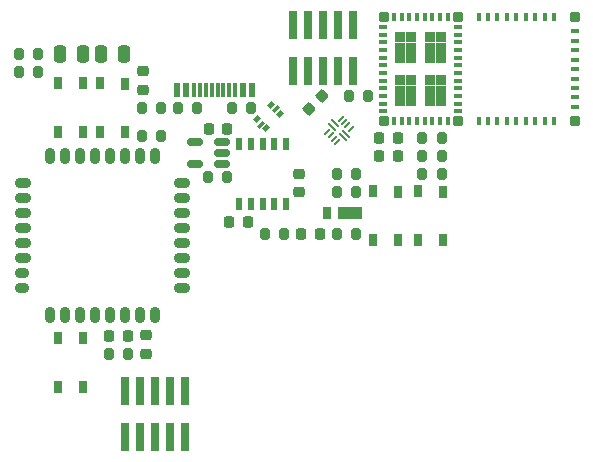
<source format=gtp>
G04 #@! TF.GenerationSoftware,KiCad,Pcbnew,(6.0.9)*
G04 #@! TF.CreationDate,2024-05-06T14:48:15+09:00*
G04 #@! TF.ProjectId,CommunicationBoard,436f6d6d-756e-4696-9361-74696f6e426f,rev?*
G04 #@! TF.SameCoordinates,PX8a48640PY5f5e100*
G04 #@! TF.FileFunction,Paste,Top*
G04 #@! TF.FilePolarity,Positive*
%FSLAX46Y46*%
G04 Gerber Fmt 4.6, Leading zero omitted, Abs format (unit mm)*
G04 Created by KiCad (PCBNEW (6.0.9)) date 2024-05-06 14:48:15*
%MOMM*%
%LPD*%
G01*
G04 APERTURE LIST*
G04 Aperture macros list*
%AMRoundRect*
0 Rectangle with rounded corners*
0 $1 Rounding radius*
0 $2 $3 $4 $5 $6 $7 $8 $9 X,Y pos of 4 corners*
0 Add a 4 corners polygon primitive as box body*
4,1,4,$2,$3,$4,$5,$6,$7,$8,$9,$2,$3,0*
0 Add four circle primitives for the rounded corners*
1,1,$1+$1,$2,$3*
1,1,$1+$1,$4,$5*
1,1,$1+$1,$6,$7*
1,1,$1+$1,$8,$9*
0 Add four rect primitives between the rounded corners*
20,1,$1+$1,$2,$3,$4,$5,0*
20,1,$1+$1,$4,$5,$6,$7,0*
20,1,$1+$1,$6,$7,$8,$9,0*
20,1,$1+$1,$8,$9,$2,$3,0*%
%AMRotRect*
0 Rectangle, with rotation*
0 The origin of the aperture is its center*
0 $1 length*
0 $2 width*
0 $3 Rotation angle, in degrees counterclockwise*
0 Add horizontal line*
21,1,$1,$2,0,0,$3*%
G04 Aperture macros list end*
%ADD10RoundRect,0.200000X0.200000X0.275000X-0.200000X0.275000X-0.200000X-0.275000X0.200000X-0.275000X0*%
%ADD11RoundRect,0.050000X0.247487X-0.318198X0.318198X-0.247487X-0.247487X0.318198X-0.318198X0.247487X0*%
%ADD12RoundRect,0.050000X-0.212132X-0.141421X-0.141421X-0.212132X0.212132X0.141421X0.141421X0.212132X0*%
%ADD13R,0.650000X1.050000*%
%ADD14RoundRect,0.250000X0.250000X0.475000X-0.250000X0.475000X-0.250000X-0.475000X0.250000X-0.475000X0*%
%ADD15RoundRect,0.200000X-0.200000X-0.275000X0.200000X-0.275000X0.200000X0.275000X-0.200000X0.275000X0*%
%ADD16RoundRect,0.225000X0.225000X0.250000X-0.225000X0.250000X-0.225000X-0.250000X0.225000X-0.250000X0*%
%ADD17RoundRect,0.150000X0.512500X0.150000X-0.512500X0.150000X-0.512500X-0.150000X0.512500X-0.150000X0*%
%ADD18RoundRect,0.225000X-0.225000X-0.250000X0.225000X-0.250000X0.225000X0.250000X-0.225000X0.250000X0*%
%ADD19RoundRect,0.250000X-0.250000X-0.475000X0.250000X-0.475000X0.250000X0.475000X-0.250000X0.475000X0*%
%ADD20RoundRect,0.218750X-0.256250X0.218750X-0.256250X-0.218750X0.256250X-0.218750X0.256250X0.218750X0*%
%ADD21R,0.740000X2.400000*%
%ADD22RoundRect,0.225000X-0.017678X0.335876X-0.335876X0.017678X0.017678X-0.335876X0.335876X-0.017678X0*%
%ADD23RotRect,0.500000X0.375000X225.000000*%
%ADD24RotRect,0.650000X0.300000X225.000000*%
%ADD25R,2.000000X1.100000*%
%ADD26R,0.800000X1.100000*%
%ADD27RoundRect,0.010500X-0.339500X-0.339500X0.339500X-0.339500X0.339500X0.339500X-0.339500X0.339500X0*%
%ADD28RoundRect,0.004500X-0.320500X-0.145500X0.320500X-0.145500X0.320500X0.145500X-0.320500X0.145500X0*%
%ADD29RoundRect,0.004500X0.145500X-0.320500X0.145500X0.320500X-0.145500X0.320500X-0.145500X-0.320500X0*%
%ADD30RoundRect,0.010500X0.339500X0.339500X-0.339500X0.339500X-0.339500X-0.339500X0.339500X-0.339500X0*%
%ADD31RoundRect,0.004500X-0.145500X0.320500X-0.145500X-0.320500X0.145500X-0.320500X0.145500X0.320500X0*%
%ADD32RoundRect,0.004500X0.320500X0.145500X-0.320500X0.145500X-0.320500X-0.145500X0.320500X-0.145500X0*%
%ADD33RoundRect,0.012000X-0.413000X-0.388000X0.413000X-0.388000X0.413000X0.388000X-0.413000X0.388000X0*%
%ADD34RoundRect,0.225000X0.250000X-0.225000X0.250000X0.225000X-0.250000X0.225000X-0.250000X-0.225000X0*%
%ADD35R,0.510000X1.100000*%
%ADD36R,0.600000X1.160000*%
%ADD37R,0.300000X1.160000*%
%ADD38O,0.900000X1.400000*%
%ADD39O,1.400000X0.900000*%
%ADD40O,1.200000X0.900000*%
G04 APERTURE END LIST*
D10*
X-2985000Y20828000D03*
X-4635000Y20828000D03*
D11*
X8698802Y19524041D03*
X8415959Y19241198D03*
D12*
X8027051Y18781579D03*
X8309893Y18498736D03*
X8592736Y18215893D03*
X8875579Y17933051D03*
D11*
X9335198Y18321959D03*
X9618041Y18604802D03*
D12*
X10006949Y19064421D03*
X9724107Y19347264D03*
X9441264Y19630107D03*
X9158421Y19912949D03*
D13*
X11879000Y9609000D03*
X11879000Y13759000D03*
X14029000Y9609000D03*
X14029000Y13734000D03*
D14*
X-12700000Y25400000D03*
X-14600000Y25400000D03*
D15*
X16075000Y16764000D03*
X17725000Y16764000D03*
D16*
X-482000Y19050000D03*
X-2032000Y19050000D03*
D10*
X-16447000Y23876000D03*
X-18097000Y23876000D03*
D13*
X-11235000Y22903000D03*
X-11235000Y18753000D03*
X-9085000Y18753000D03*
X-9085000Y22878000D03*
D16*
X13983000Y18288000D03*
X12433000Y18288000D03*
D17*
X-894500Y16068000D03*
X-894500Y17018000D03*
X-894500Y17968000D03*
X-3169500Y17968000D03*
X-3169500Y16068000D03*
D13*
X-12641000Y22903000D03*
X-12641000Y18753000D03*
X-14791000Y22903000D03*
X-14791000Y18778000D03*
D16*
X13983000Y16764000D03*
X12433000Y16764000D03*
D18*
X5829000Y10160000D03*
X7379000Y10160000D03*
D13*
X15689000Y13759000D03*
X15689000Y9609000D03*
X17839000Y9609000D03*
X17839000Y13734000D03*
D19*
X-11110000Y25400000D03*
X-9210000Y25400000D03*
D15*
X2731000Y10160000D03*
X4381000Y10160000D03*
D20*
X-7366000Y1549500D03*
X-7366000Y-25500D03*
D21*
X5080000Y23958000D03*
X5080000Y27858000D03*
X6350000Y23958000D03*
X6350000Y27858000D03*
X7620000Y23958000D03*
X7620000Y27858000D03*
X8890000Y23958000D03*
X8890000Y27858000D03*
X10160000Y23958000D03*
X10160000Y27858000D03*
D22*
X7573016Y21797016D03*
X6477000Y20701000D03*
D23*
X4029111Y20286971D03*
D24*
X3702074Y20720074D03*
D23*
X3268971Y21047111D03*
X2066889Y19845029D03*
D24*
X2393926Y19411926D03*
D23*
X2827029Y19084889D03*
D16*
X-8877000Y1524000D03*
X-10427000Y1524000D03*
D25*
X9906000Y11938000D03*
D26*
X8006000Y11938000D03*
D10*
X-6033000Y20828000D03*
X-7683000Y20828000D03*
X10477000Y13716000D03*
X8827000Y13716000D03*
D15*
X9843000Y21844000D03*
X11493000Y21844000D03*
X-10477000Y0D03*
X-8827000Y0D03*
D27*
X12800000Y28500000D03*
D28*
X12775000Y27675000D03*
X12775000Y27025000D03*
X12775000Y26375000D03*
X12775000Y25725000D03*
X12775000Y25075000D03*
X12775000Y24425000D03*
X12775000Y23775000D03*
X12775000Y23125000D03*
X12775000Y22475000D03*
X12775000Y21825000D03*
X12775000Y21175000D03*
X12775000Y20525000D03*
D27*
X12800000Y19700000D03*
D29*
X13650000Y19675000D03*
X14300000Y19675000D03*
X14950000Y19675000D03*
X15600000Y19675000D03*
X16250000Y19675000D03*
X16900000Y19675000D03*
X17550000Y19675000D03*
X18200000Y19675000D03*
D30*
X19050000Y19700000D03*
D28*
X19075000Y20525000D03*
X19075000Y21175000D03*
X19075000Y21825000D03*
X19075000Y22475000D03*
X19075000Y23125000D03*
X19075000Y23775000D03*
X19075000Y24425000D03*
X19075000Y25075000D03*
X19075000Y25725000D03*
X19075000Y26375000D03*
X19075000Y27025000D03*
X19075000Y27675000D03*
D30*
X19050000Y28500000D03*
D29*
X18200000Y28525000D03*
X17550000Y28525000D03*
X16900000Y28525000D03*
X16250000Y28525000D03*
X15600000Y28525000D03*
X14950000Y28525000D03*
X14300000Y28525000D03*
X13650000Y28525000D03*
X20825000Y19675000D03*
X21625000Y19675000D03*
X22425000Y19675000D03*
X23225000Y19675000D03*
X24025000Y19675000D03*
X24825000Y19675000D03*
X25625000Y19675000D03*
X26425000Y19675000D03*
D31*
X27225000Y19675000D03*
D30*
X29000000Y19700000D03*
D32*
X29030000Y20900000D03*
X29030000Y21700000D03*
X29030000Y22500000D03*
X29030000Y23300000D03*
X29030000Y24100000D03*
X29030000Y24900000D03*
X29030000Y25700000D03*
X29030000Y26500000D03*
D28*
X29030000Y27300000D03*
D27*
X29000000Y28500000D03*
D31*
X27225000Y28525000D03*
X26425000Y28525000D03*
X25625000Y28525000D03*
X24825000Y28525000D03*
X24025000Y28525000D03*
X23225000Y28525000D03*
X22425000Y28525000D03*
X21625000Y28525000D03*
D29*
X20825000Y28525000D03*
D33*
X14180000Y22275000D03*
X14180000Y25025000D03*
X17675000Y25025000D03*
X16725000Y25025000D03*
X15130000Y23175000D03*
X16725000Y26825000D03*
X14180000Y23175000D03*
X15130000Y26825000D03*
X16725000Y23175000D03*
X17675000Y22275000D03*
X17675000Y26825000D03*
X17675000Y21375000D03*
X15130000Y21375000D03*
X16725000Y21375000D03*
X16725000Y22275000D03*
X14180000Y25925000D03*
X15130000Y25025000D03*
X16725000Y25925000D03*
X14180000Y21375000D03*
X17675000Y25925000D03*
X15130000Y22275000D03*
X14180000Y26825000D03*
X15130000Y25925000D03*
X17675000Y23175000D03*
D15*
X16075000Y15240000D03*
X17725000Y15240000D03*
D21*
X-9144000Y-7030000D03*
X-9144000Y-3130000D03*
X-7874000Y-7030000D03*
X-7874000Y-3130000D03*
X-6604000Y-7030000D03*
X-6604000Y-3130000D03*
X-5334000Y-7030000D03*
X-5334000Y-3130000D03*
X-4064000Y-7030000D03*
X-4064000Y-3130000D03*
D10*
X10477000Y10160000D03*
X8827000Y10160000D03*
D15*
X-2095000Y14986000D03*
X-445000Y14986000D03*
D10*
X10477000Y15240000D03*
X8827000Y15240000D03*
D34*
X5588000Y13703000D03*
X5588000Y15253000D03*
D10*
X-16447000Y25400000D03*
X-18097000Y25400000D03*
D13*
X-12641000Y-2837000D03*
X-12641000Y1313000D03*
X-14791000Y1313000D03*
X-14791000Y-2812000D03*
D15*
X16075000Y18288000D03*
X17725000Y18288000D03*
D20*
X-7620000Y23901500D03*
X-7620000Y22326500D03*
D35*
X4540000Y17790000D03*
X3540000Y17790000D03*
X2540000Y17790000D03*
X1540000Y17790000D03*
X540000Y17790000D03*
X540000Y12690000D03*
X1540000Y12690000D03*
X2540000Y12690000D03*
X3540000Y12690000D03*
X4540000Y12690000D03*
D10*
X-6033000Y18415000D03*
X-7683000Y18415000D03*
D36*
X1676000Y22357000D03*
X876000Y22357000D03*
D37*
X-274000Y22357000D03*
X-1274000Y22357000D03*
X-1774000Y22357000D03*
X-2774000Y22357000D03*
D36*
X-3924000Y22357000D03*
X-4724000Y22357000D03*
X-4724000Y22357000D03*
X-3924000Y22357000D03*
D37*
X-3274000Y22357000D03*
X-2274000Y22357000D03*
X-774000Y22357000D03*
X226000Y22357000D03*
D36*
X876000Y22357000D03*
X1676000Y22357000D03*
D16*
X1283000Y11176000D03*
X-267000Y11176000D03*
D38*
X-15445000Y3265000D03*
X-14175000Y3265000D03*
X-12905000Y3265000D03*
X-11635000Y3265000D03*
X-10365000Y3265000D03*
X-9095000Y3265000D03*
X-7825000Y3265000D03*
X-6555000Y3265000D03*
D39*
X-4265000Y5555000D03*
X-4265000Y6825000D03*
X-4265000Y8095000D03*
X-4265000Y9365000D03*
X-4265000Y10635000D03*
X-4265000Y11905000D03*
X-4265000Y13175000D03*
X-4265000Y14445000D03*
D38*
X-6555000Y16735000D03*
X-7825000Y16735000D03*
X-9095000Y16735000D03*
X-10365000Y16735000D03*
X-11635000Y16735000D03*
X-12905000Y16735000D03*
X-14175000Y16735000D03*
X-15445000Y16735000D03*
D39*
X-17735000Y14445000D03*
X-17735000Y13175000D03*
X-17735000Y11905000D03*
X-17735000Y10635000D03*
X-17735000Y9365000D03*
X-17735000Y8095000D03*
D40*
X-17835000Y6825000D03*
X-17835000Y5555000D03*
D15*
X-63000Y20828000D03*
X1587000Y20828000D03*
M02*

</source>
